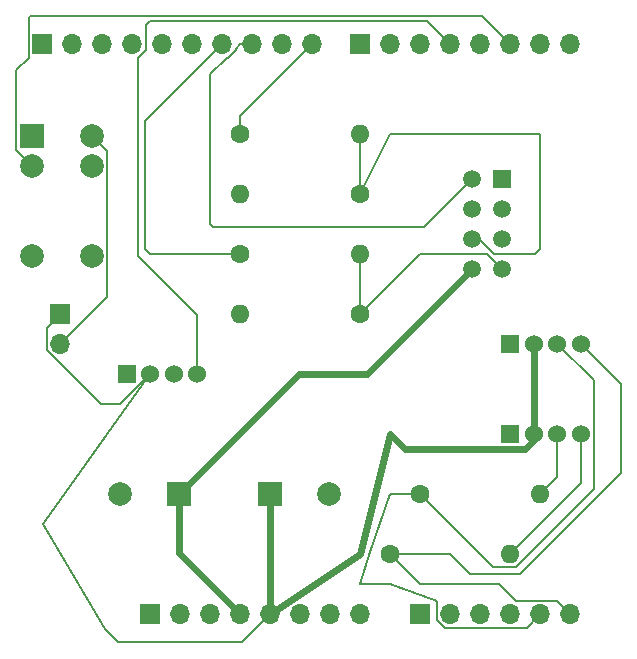
<source format=gtl>
%TF.GenerationSoftware,KiCad,Pcbnew,7.0.10*%
%TF.CreationDate,2024-04-05T22:28:22-04:00*%
%TF.ProjectId,finalIOTproject,66696e61-6c49-44f5-9470-726f6a656374,rev?*%
%TF.SameCoordinates,Original*%
%TF.FileFunction,Copper,L1,Top*%
%TF.FilePolarity,Positive*%
%FSLAX46Y46*%
G04 Gerber Fmt 4.6, Leading zero omitted, Abs format (unit mm)*
G04 Created by KiCad (PCBNEW 7.0.10) date 2024-04-05 22:28:22*
%MOMM*%
%LPD*%
G01*
G04 APERTURE LIST*
%TA.AperFunction,ComponentPad*%
%ADD10C,1.524000*%
%TD*%
%TA.AperFunction,ComponentPad*%
%ADD11R,1.524000X1.524000*%
%TD*%
%TA.AperFunction,ComponentPad*%
%ADD12C,1.600000*%
%TD*%
%TA.AperFunction,ComponentPad*%
%ADD13O,1.600000X1.600000*%
%TD*%
%TA.AperFunction,ComponentPad*%
%ADD14R,2.000000X2.000000*%
%TD*%
%TA.AperFunction,ComponentPad*%
%ADD15C,2.000000*%
%TD*%
%TA.AperFunction,ComponentPad*%
%ADD16R,1.700000X1.700000*%
%TD*%
%TA.AperFunction,ComponentPad*%
%ADD17O,1.700000X1.700000*%
%TD*%
%TA.AperFunction,ComponentPad*%
%ADD18R,1.500000X1.500000*%
%TD*%
%TA.AperFunction,ComponentPad*%
%ADD19C,1.500000*%
%TD*%
%TA.AperFunction,Conductor*%
%ADD20C,0.200000*%
%TD*%
%TA.AperFunction,Conductor*%
%ADD21C,0.600000*%
%TD*%
G04 APERTURE END LIST*
D10*
%TO.P,J5,4,Pin_4*%
%TO.N,/SCL{slash}A5*%
X164420000Y-74600000D03*
%TO.P,J5,3,Pin_3*%
%TO.N,/SDA{slash}A4*%
X162420000Y-74600000D03*
%TO.P,J5,2,Pin_2*%
%TO.N,+5V*%
X160420000Y-74600000D03*
D11*
%TO.P,J5,1,Pin_1*%
%TO.N,GND*%
X158420000Y-74600000D03*
%TD*%
D12*
%TO.P,R6,1*%
%TO.N,/SCL{slash}A5*%
X148260000Y-92380000D03*
D13*
%TO.P,R6,2*%
%TO.N,Net-(J6-Pin_4)*%
X158420000Y-92380000D03*
%TD*%
D12*
%TO.P,R5,1*%
%TO.N,/SDA{slash}A4*%
X150800000Y-87300000D03*
D13*
%TO.P,R5,2*%
%TO.N,Net-(J6-Pin_3)*%
X160960000Y-87300000D03*
%TD*%
D14*
%TO.P,K1,1*%
%TO.N,unconnected-(K1-Pad1)*%
X117912500Y-56942500D03*
D15*
%TO.P,K1,2*%
%TO.N,/2*%
X117912500Y-59482500D03*
%TO.P,K1,5*%
%TO.N,GND*%
X117912500Y-67102500D03*
%TO.P,K1,6*%
X122992500Y-67102500D03*
%TO.P,K1,9*%
X122992500Y-59482500D03*
%TO.P,K1,10*%
%TO.N,Net-(J7-Pin_2)*%
X122992500Y-56942500D03*
%TD*%
D11*
%TO.P,J8,1,Pin_1*%
%TO.N,GND*%
X125940000Y-77085000D03*
D10*
%TO.P,J8,2,Pin_2*%
%TO.N,+5V*%
X127940000Y-77085000D03*
%TO.P,J8,3,Pin_3*%
%TO.N,unconnected-(J8-Pin_3-Pad3)*%
X129940000Y-77085000D03*
%TO.P,J8,4,Pin_4*%
%TO.N,/4*%
X131940000Y-77085000D03*
%TD*%
D16*
%TO.P,J7,1,Pin_1*%
%TO.N,+5V*%
X120320000Y-72060000D03*
D17*
%TO.P,J7,2,Pin_2*%
%TO.N,Net-(J7-Pin_2)*%
X120320000Y-74600000D03*
%TD*%
D11*
%TO.P,J6,1,Pin_1*%
%TO.N,GND*%
X158420000Y-82220000D03*
D10*
%TO.P,J6,2,Pin_2*%
%TO.N,+5V*%
X160420000Y-82220000D03*
%TO.P,J6,3,Pin_3*%
%TO.N,Net-(J6-Pin_3)*%
X162420000Y-82220000D03*
%TO.P,J6,4,Pin_4*%
%TO.N,Net-(J6-Pin_4)*%
X164420000Y-82220000D03*
%TD*%
D16*
%TO.P,J1,1,Pin_1*%
%TO.N,unconnected-(J1-Pin_1-Pad1)*%
X127940000Y-97460000D03*
D17*
%TO.P,J1,2,Pin_2*%
%TO.N,/IOREF*%
X130480000Y-97460000D03*
%TO.P,J1,3,Pin_3*%
%TO.N,/~{RESET}*%
X133020000Y-97460000D03*
%TO.P,J1,4,Pin_4*%
%TO.N,+3.3V*%
X135560000Y-97460000D03*
%TO.P,J1,5,Pin_5*%
%TO.N,+5V*%
X138100000Y-97460000D03*
%TO.P,J1,6,Pin_6*%
%TO.N,GND*%
X140640000Y-97460000D03*
%TO.P,J1,7,Pin_7*%
X143180000Y-97460000D03*
%TO.P,J1,8,Pin_8*%
%TO.N,VCC*%
X145720000Y-97460000D03*
%TD*%
D16*
%TO.P,J3,1,Pin_1*%
%TO.N,/A0*%
X150800000Y-97460000D03*
D17*
%TO.P,J3,2,Pin_2*%
%TO.N,/A1*%
X153340000Y-97460000D03*
%TO.P,J3,3,Pin_3*%
%TO.N,/A2*%
X155880000Y-97460000D03*
%TO.P,J3,4,Pin_4*%
%TO.N,/A3*%
X158420000Y-97460000D03*
%TO.P,J3,5,Pin_5*%
%TO.N,/SDA{slash}A4*%
X160960000Y-97460000D03*
%TO.P,J3,6,Pin_6*%
%TO.N,/SCL{slash}A5*%
X163500000Y-97460000D03*
%TD*%
D16*
%TO.P,J2,1,Pin_1*%
%TO.N,/SCL{slash}A5*%
X118796000Y-49200000D03*
D17*
%TO.P,J2,2,Pin_2*%
%TO.N,/SDA{slash}A4*%
X121336000Y-49200000D03*
%TO.P,J2,3,Pin_3*%
%TO.N,/AREF*%
X123876000Y-49200000D03*
%TO.P,J2,4,Pin_4*%
%TO.N,GND*%
X126416000Y-49200000D03*
%TO.P,J2,5,Pin_5*%
%TO.N,/13*%
X128956000Y-49200000D03*
%TO.P,J2,6,Pin_6*%
%TO.N,/12*%
X131496000Y-49200000D03*
%TO.P,J2,7,Pin_7*%
%TO.N,/UNO_TX*%
X134036000Y-49200000D03*
%TO.P,J2,8,Pin_8*%
%TO.N,/UNO_RX*%
X136576000Y-49200000D03*
%TO.P,J2,9,Pin_9*%
%TO.N,/\u002A9*%
X139116000Y-49200000D03*
%TO.P,J2,10,Pin_10*%
%TO.N,/8*%
X141656000Y-49200000D03*
%TD*%
D16*
%TO.P,J4,1,Pin_1*%
%TO.N,/7*%
X145720000Y-49200000D03*
D17*
%TO.P,J4,2,Pin_2*%
%TO.N,/\u002A6*%
X148260000Y-49200000D03*
%TO.P,J4,3,Pin_3*%
%TO.N,/\u002A5*%
X150800000Y-49200000D03*
%TO.P,J4,4,Pin_4*%
%TO.N,/4*%
X153340000Y-49200000D03*
%TO.P,J4,5,Pin_5*%
%TO.N,/\u002A3*%
X155880000Y-49200000D03*
%TO.P,J4,6,Pin_6*%
%TO.N,/2*%
X158420000Y-49200000D03*
%TO.P,J4,7,Pin_7*%
%TO.N,/TX{slash}1*%
X160960000Y-49200000D03*
%TO.P,J4,8,Pin_8*%
%TO.N,/RX{slash}0*%
X163500000Y-49200000D03*
%TD*%
D12*
%TO.P,R3,1*%
%TO.N,/8*%
X135560000Y-56820000D03*
D13*
%TO.P,R3,2*%
%TO.N,/ESP_RST*%
X145720000Y-56820000D03*
%TD*%
D12*
%TO.P,R2,1*%
%TO.N,/ESP_RX*%
X145720000Y-72060000D03*
D13*
%TO.P,R2,2*%
%TO.N,GND*%
X135560000Y-72060000D03*
%TD*%
D15*
%TO.P,C2,2*%
%TO.N,GND*%
X125400000Y-87300000D03*
D14*
%TO.P,C2,1*%
%TO.N,+3.3V*%
X130400000Y-87300000D03*
%TD*%
D12*
%TO.P,R1,1*%
%TO.N,/UNO_TX*%
X135560000Y-66980000D03*
D13*
%TO.P,R1,2*%
%TO.N,/ESP_RX*%
X145720000Y-66980000D03*
%TD*%
D12*
%TO.P,R4,1*%
%TO.N,/ESP_RST*%
X145720000Y-61900000D03*
D13*
%TO.P,R4,2*%
%TO.N,GND*%
X135560000Y-61900000D03*
%TD*%
D18*
%TO.P,U1,1,GND*%
%TO.N,GND*%
X157730000Y-60630000D03*
D19*
%TO.P,U1,2,IO2*%
%TO.N,unconnected-(U1-IO2-Pad2)*%
X157730000Y-63170000D03*
%TO.P,U1,3,IO0*%
%TO.N,unconnected-(U1-IO0-Pad3)*%
X157730000Y-65710000D03*
%TO.P,U1,4,RXD*%
%TO.N,/ESP_RX*%
X157730000Y-68250000D03*
%TO.P,U1,5,TXD*%
%TO.N,/UNO_RX*%
X155190000Y-60630000D03*
%TO.P,U1,6,EN*%
%TO.N,+3.3V*%
X155190000Y-63170000D03*
%TO.P,U1,7,~{RST}*%
%TO.N,/ESP_RST*%
X155190000Y-65710000D03*
%TO.P,U1,8,VCC*%
%TO.N,+3.3V*%
X155190000Y-68250000D03*
%TD*%
D14*
%TO.P,C1,1*%
%TO.N,+5V*%
X138100000Y-87300000D03*
D15*
%TO.P,C1,2*%
%TO.N,GND*%
X143100000Y-87300000D03*
%TD*%
D20*
%TO.N,/SCL{slash}A5*%
X164420000Y-74600000D02*
X167821256Y-78001256D01*
X167821256Y-78001256D02*
X167821256Y-85518744D01*
X155040000Y-94080000D02*
X153340000Y-92380000D01*
X167821256Y-85518744D02*
X159260000Y-94080000D01*
X159260000Y-94080000D02*
X155040000Y-94080000D01*
X153340000Y-92380000D02*
X148260000Y-92380000D01*
X148260000Y-92380000D02*
X150800000Y-94920000D01*
X157506346Y-94920000D02*
X158896346Y-96310000D01*
X150800000Y-94920000D02*
X157506346Y-94920000D01*
X158896346Y-96310000D02*
X162350000Y-96310000D01*
X162350000Y-96310000D02*
X163500000Y-97460000D01*
%TO.N,+5V*%
X127940000Y-77085000D02*
X118837497Y-89840000D01*
X135735000Y-99825000D02*
X138100000Y-97460000D01*
X118837497Y-89840000D02*
X124100000Y-98700000D01*
X124100000Y-98700000D02*
X125225000Y-99825000D01*
X125225000Y-99825000D02*
X135735000Y-99825000D01*
X120320000Y-72060000D02*
X119170000Y-73210000D01*
X119170000Y-73210000D02*
X119170000Y-75076346D01*
X119170000Y-75076346D02*
X123773654Y-79680000D01*
X123773654Y-79680000D02*
X125345000Y-79680000D01*
X125345000Y-79680000D02*
X127940000Y-77085000D01*
%TO.N,/4*%
X131940000Y-77085000D02*
X131940000Y-72155635D01*
X126892346Y-50350000D02*
X127566000Y-49676346D01*
X131940000Y-72155635D02*
X126892346Y-67107981D01*
X127940000Y-47235000D02*
X151375000Y-47235000D01*
X126892346Y-67107981D02*
X126892346Y-50350000D01*
X127566000Y-49676346D02*
X127566000Y-47609000D01*
X127566000Y-47609000D02*
X127940000Y-47235000D01*
X151375000Y-47235000D02*
X153340000Y-49200000D01*
%TO.N,/2*%
X117912500Y-59482500D02*
X116612500Y-58182500D01*
X116612500Y-51383500D02*
X117646000Y-50350000D01*
X156055000Y-46835000D02*
X158420000Y-49200000D01*
X116612500Y-58182500D02*
X116612500Y-51383500D01*
X117646000Y-50350000D02*
X117646000Y-46969000D01*
X117646000Y-46969000D02*
X117780000Y-46835000D01*
X117780000Y-46835000D02*
X156055000Y-46835000D01*
%TO.N,Net-(J7-Pin_2)*%
X122992500Y-56942500D02*
X124292500Y-58242500D01*
X124292500Y-58242500D02*
X124292500Y-70627500D01*
X124292500Y-70627500D02*
X120320000Y-74600000D01*
%TO.N,/ESP_RST*%
X145720000Y-61900000D02*
X148260000Y-56820000D01*
X160960000Y-56820000D02*
X160960000Y-66504925D01*
X160960000Y-66504925D02*
X160484925Y-66980000D01*
X160484925Y-66980000D02*
X157025686Y-66980000D01*
X148260000Y-56820000D02*
X160960000Y-56820000D01*
X157025686Y-66980000D02*
X155755686Y-65710000D01*
X155755686Y-65710000D02*
X155190000Y-65710000D01*
%TO.N,/UNO_RX*%
X135186000Y-49676346D02*
X134512346Y-50350000D01*
X135560000Y-49200000D02*
X135186000Y-49574000D01*
X134410000Y-50350000D02*
X133020000Y-51740000D01*
X135186000Y-49574000D02*
X135186000Y-49676346D01*
X136576000Y-49200000D02*
X135560000Y-49200000D01*
X134512346Y-50350000D02*
X134410000Y-50350000D01*
X133020000Y-51740000D02*
X133020000Y-64440000D01*
X133020000Y-64440000D02*
X133240000Y-64660000D01*
X133240000Y-64660000D02*
X151160000Y-64660000D01*
X151160000Y-64660000D02*
X155190000Y-60630000D01*
%TO.N,/UNO_TX*%
X134036000Y-49200000D02*
X127540000Y-55696000D01*
X127540000Y-55696000D02*
X127540000Y-66580000D01*
X127540000Y-66580000D02*
X127940000Y-66980000D01*
X127940000Y-66980000D02*
X135560000Y-66980000D01*
%TO.N,Net-(J6-Pin_3)*%
X162420000Y-82220000D02*
X162420000Y-85840000D01*
X162420000Y-85840000D02*
X160960000Y-87300000D01*
%TO.N,/SDA{slash}A4*%
X162420000Y-74600000D02*
X165482000Y-77662000D01*
X165482000Y-77662000D02*
X165482000Y-86873635D01*
X165482000Y-86873635D02*
X158875635Y-93480000D01*
X158875635Y-93480000D02*
X156980000Y-93480000D01*
X156980000Y-93480000D02*
X150800000Y-87300000D01*
%TO.N,Net-(J6-Pin_4)*%
X164420000Y-82220000D02*
X164420000Y-86380000D01*
X164420000Y-86380000D02*
X158420000Y-92380000D01*
%TO.N,/SDA{slash}A4*%
X148260000Y-87300000D02*
X146544622Y-92220257D01*
X146544622Y-92220257D02*
X145720000Y-94920000D01*
X152863654Y-98610000D02*
X159810000Y-98610000D01*
X145720000Y-94920000D02*
X148260000Y-94920000D01*
X150800000Y-87300000D02*
X148260000Y-87300000D01*
X148260000Y-94920000D02*
X152190000Y-96310000D01*
X152190000Y-96310000D02*
X152190000Y-97936346D01*
X152190000Y-97936346D02*
X152863654Y-98610000D01*
X159810000Y-98610000D02*
X160960000Y-97460000D01*
D21*
%TO.N,+5V*%
X160420000Y-82220000D02*
X160420000Y-82744000D01*
X159682000Y-83482000D02*
X149522000Y-83482000D01*
X148260000Y-82220000D02*
X145720000Y-92380000D01*
X149522000Y-83482000D02*
X148260000Y-82220000D01*
X160420000Y-82744000D02*
X159682000Y-83482000D01*
X145720000Y-92380000D02*
X138100000Y-97460000D01*
X160420000Y-74600000D02*
X160420000Y-82220000D01*
X138100000Y-87300000D02*
X138100000Y-97460000D01*
%TO.N,+3.3V*%
X155190000Y-68250000D02*
X146300000Y-77140000D01*
X146300000Y-77140000D02*
X140560000Y-77140000D01*
X140560000Y-77140000D02*
X130400000Y-87300000D01*
X130400000Y-87300000D02*
X130400000Y-92300000D01*
X130400000Y-92300000D02*
X135560000Y-97460000D01*
D20*
%TO.N,/8*%
X135560000Y-55296000D02*
X135560000Y-56820000D01*
X141656000Y-49200000D02*
X135560000Y-55296000D01*
%TO.N,/ESP_RX*%
X145720000Y-72060000D02*
X150800000Y-66980000D01*
X150800000Y-66980000D02*
X156460000Y-66980000D01*
X156460000Y-66980000D02*
X157730000Y-68250000D01*
X145720000Y-66980000D02*
X145720000Y-72060000D01*
%TO.N,/ESP_RST*%
X145720000Y-56820000D02*
X145720000Y-61900000D01*
%TD*%
M02*

</source>
